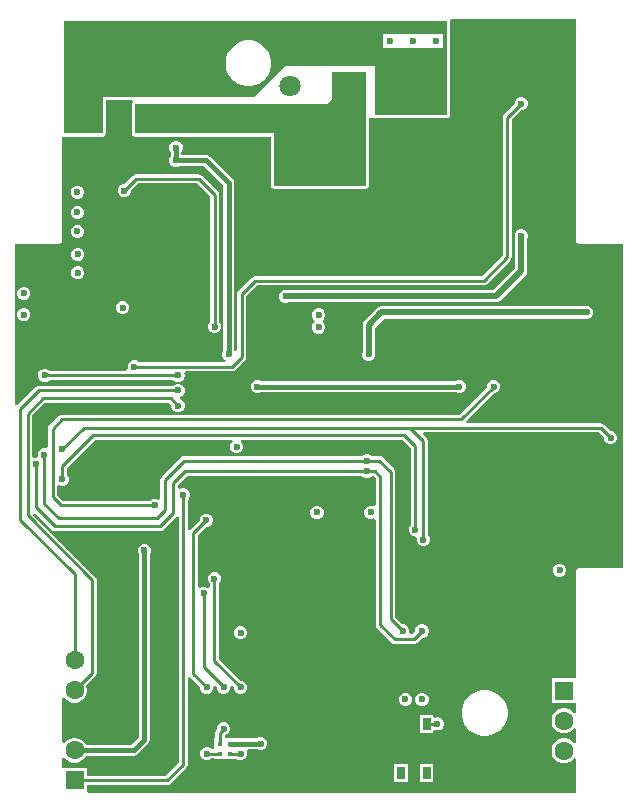
<source format=gtl>
G04*
G04 #@! TF.GenerationSoftware,Altium Limited,Altium Designer,25.4.2 (15)*
G04*
G04 Layer_Physical_Order=1*
G04 Layer_Color=255*
%FSLAX25Y25*%
%MOIN*%
G70*
G04*
G04 #@! TF.SameCoordinates,B977156D-3F5D-4D44-89CA-F2FD908ED1DE*
G04*
G04*
G04 #@! TF.FilePolarity,Positive*
G04*
G01*
G75*
%ADD13R,0.02559X0.04134*%
%ADD19R,0.01772X0.01772*%
%ADD20C,0.02000*%
%ADD21C,0.01500*%
%ADD22C,0.01000*%
%ADD23C,0.06299*%
%ADD24R,0.06299X0.06299*%
%ADD25C,0.07087*%
%ADD26C,0.02362*%
G36*
X438118Y476200D02*
X414100D01*
Y480796D01*
X414100Y481433D01*
X414117Y481450D01*
X414100Y481461D01*
Y492400D01*
X384100Y492400D01*
X373900Y482200D01*
X323400D01*
Y470050D01*
X310400D01*
Y507600D01*
X438118D01*
Y476200D01*
D02*
G37*
G36*
X481232Y434379D02*
X481310Y433989D01*
X481531Y433658D01*
X481862Y433437D01*
X482252Y433360D01*
X496980D01*
Y325163D01*
X482252D01*
X481862Y325085D01*
X481531Y324864D01*
X481310Y324533D01*
X481232Y324143D01*
Y288434D01*
X473073D01*
Y280135D01*
X481232D01*
Y277038D01*
X480581Y276844D01*
X480532Y276843D01*
X479770Y277605D01*
X478824Y278151D01*
X477769Y278434D01*
X476676D01*
X475621Y278151D01*
X474674Y277605D01*
X473902Y276832D01*
X473355Y275886D01*
X473073Y274831D01*
Y273738D01*
X473355Y272683D01*
X473902Y271736D01*
X474674Y270964D01*
X475621Y270417D01*
X476676Y270135D01*
X477769D01*
X478824Y270417D01*
X479770Y270964D01*
X480532Y271726D01*
X480581Y271725D01*
X481232Y271531D01*
Y267038D01*
X480581Y266844D01*
X480532Y266843D01*
X479770Y267605D01*
X478824Y268151D01*
X477769Y268434D01*
X476676D01*
X475621Y268151D01*
X474674Y267605D01*
X473902Y266832D01*
X473355Y265886D01*
X473073Y264831D01*
Y263738D01*
X473355Y262683D01*
X473902Y261736D01*
X474674Y260964D01*
X475621Y260418D01*
X476676Y260135D01*
X477769D01*
X478824Y260418D01*
X479770Y260964D01*
X480532Y261726D01*
X480581Y261725D01*
X481232Y261531D01*
Y250359D01*
X318745Y250322D01*
X318250Y250817D01*
Y252871D01*
X345000D01*
X345585Y252987D01*
X346081Y253319D01*
X351367Y258604D01*
X351698Y259100D01*
X351815Y259685D01*
Y288692D01*
X352515Y288904D01*
X352555Y288843D01*
X355980Y285418D01*
Y284966D01*
X356312Y284165D01*
X356926Y283551D01*
X357728Y283219D01*
X358595D01*
X359397Y283551D01*
X360010Y284165D01*
X360343Y284966D01*
Y285705D01*
X360704Y285953D01*
X360989Y286048D01*
X361619Y285418D01*
Y284966D01*
X361951Y284165D01*
X362564Y283551D01*
X363366Y283219D01*
X364234D01*
X365036Y283551D01*
X365649Y284165D01*
X365981Y284966D01*
Y285705D01*
X366342Y285953D01*
X366628Y286048D01*
X367257Y285418D01*
Y284966D01*
X367590Y284165D01*
X368203Y283551D01*
X369005Y283219D01*
X369872D01*
X370674Y283551D01*
X371288Y284165D01*
X371620Y284966D01*
Y285834D01*
X371288Y286635D01*
X370674Y287249D01*
X369872Y287581D01*
X369420D01*
X362229Y294772D01*
Y320100D01*
X362549Y320419D01*
X362881Y321221D01*
Y322089D01*
X362549Y322890D01*
X361935Y323504D01*
X361134Y323836D01*
X360266D01*
X359465Y323504D01*
X358851Y322890D01*
X358519Y322089D01*
Y321221D01*
X358851Y320419D01*
X359171Y320100D01*
Y318804D01*
X358471Y318514D01*
X358335Y318649D01*
X357534Y318981D01*
X356666D01*
X355865Y318649D01*
X355166Y318940D01*
Y336166D01*
X357987Y338987D01*
X358439D01*
X359241Y339319D01*
X359855Y339933D01*
X360187Y340735D01*
Y341602D01*
X359855Y342404D01*
X359241Y343018D01*
X358439Y343350D01*
X357572D01*
X356770Y343018D01*
X356156Y342404D01*
X355824Y341602D01*
Y341150D01*
X352555Y337881D01*
X352515Y337820D01*
X351815Y338033D01*
Y347976D01*
X352134Y348296D01*
X352466Y349098D01*
Y349965D01*
X352134Y350767D01*
X351521Y351380D01*
X350719Y351713D01*
X349851D01*
X349262Y351468D01*
X348562Y351807D01*
Y352892D01*
X351647Y355978D01*
X409951D01*
X410271Y355658D01*
X411072Y355326D01*
X411940D01*
X412742Y355658D01*
X413061Y355978D01*
X413559D01*
X414471Y355066D01*
Y346229D01*
X413771Y345800D01*
X413334Y345981D01*
X412466D01*
X411664Y345649D01*
X411051Y345036D01*
X410719Y344234D01*
Y343366D01*
X411051Y342565D01*
X411664Y341951D01*
X412466Y341619D01*
X413334D01*
X413771Y341800D01*
X414471Y341371D01*
Y306202D01*
X414587Y305617D01*
X414919Y305120D01*
X419721Y300319D01*
X420217Y299987D01*
X420802Y299871D01*
X427100D01*
X427685Y299987D01*
X428181Y300319D01*
X429882Y302019D01*
X430334D01*
X431136Y302351D01*
X431749Y302964D01*
X432081Y303766D01*
Y304634D01*
X431749Y305435D01*
X431136Y306049D01*
X430334Y306381D01*
X429466D01*
X428664Y306049D01*
X428051Y305435D01*
X427719Y304634D01*
Y304182D01*
X426621Y303084D01*
X425941Y303132D01*
X425563Y303723D01*
X425581Y303766D01*
Y304634D01*
X425249Y305435D01*
X424636Y306049D01*
X423834Y306381D01*
X423382D01*
X421050Y308713D01*
Y357158D01*
X420933Y357744D01*
X420602Y358240D01*
X416733Y362109D01*
X416236Y362440D01*
X415651Y362557D01*
X413061D01*
X412742Y362877D01*
X411940Y363209D01*
X411072D01*
X410271Y362877D01*
X409951Y362557D01*
X350675D01*
X350090Y362440D01*
X349593Y362109D01*
X343150Y355666D01*
X342819Y355170D01*
X342702Y354584D01*
Y348309D01*
X342004Y348018D01*
X341202Y348350D01*
X340335D01*
X339533Y348018D01*
X339213Y347698D01*
X310199D01*
X308329Y349568D01*
Y352417D01*
X309029Y352787D01*
X309566Y352565D01*
X310434D01*
X311235Y352897D01*
X311849Y353510D01*
X312181Y354312D01*
Y355180D01*
X311849Y355981D01*
X311529Y356301D01*
Y358560D01*
X320998Y368029D01*
X366582D01*
X366684Y367841D01*
X366796Y367329D01*
X366291Y366824D01*
X365959Y366022D01*
Y365154D01*
X366291Y364353D01*
X366905Y363739D01*
X367706Y363407D01*
X368574D01*
X369376Y363739D01*
X369989Y364353D01*
X370321Y365154D01*
Y366022D01*
X369989Y366824D01*
X369484Y367329D01*
X369596Y367841D01*
X369699Y368029D01*
X423308D01*
X426071Y365266D01*
Y339555D01*
X425751Y339235D01*
X425419Y338434D01*
Y337566D01*
X425751Y336765D01*
X426365Y336151D01*
X427166Y335819D01*
X427645D01*
X428129Y335158D01*
X428119Y335134D01*
Y334266D01*
X428451Y333465D01*
X429065Y332851D01*
X429866Y332519D01*
X430734D01*
X431535Y332851D01*
X432149Y333465D01*
X432481Y334266D01*
Y335134D01*
X432149Y335935D01*
X431829Y336255D01*
Y367646D01*
X431713Y368231D01*
X431381Y368727D01*
X430331Y369778D01*
X430598Y370425D01*
X488812D01*
X490619Y368618D01*
Y368166D01*
X490951Y367365D01*
X491565Y366751D01*
X492366Y366419D01*
X493234D01*
X494035Y366751D01*
X494649Y367365D01*
X494981Y368166D01*
Y369034D01*
X494649Y369835D01*
X494035Y370449D01*
X493234Y370781D01*
X492782D01*
X490527Y373036D01*
X490031Y373367D01*
X489446Y373484D01*
X444736D01*
X444446Y374184D01*
X453782Y383519D01*
X454234D01*
X455035Y383851D01*
X455649Y384465D01*
X455981Y385266D01*
Y386134D01*
X455649Y386935D01*
X455035Y387549D01*
X454234Y387881D01*
X453366D01*
X452564Y387549D01*
X451951Y386935D01*
X451619Y386134D01*
Y385682D01*
X442257Y376320D01*
X309900D01*
X309315Y376204D01*
X308819Y375872D01*
X305719Y372772D01*
X305387Y372276D01*
X305271Y371690D01*
Y365531D01*
X304571Y365063D01*
X304437Y365118D01*
X303569D01*
X302768Y364786D01*
X302154Y364173D01*
X301822Y363371D01*
Y362574D01*
X301792Y362470D01*
X301303Y361927D01*
X300766D01*
X300641Y361875D01*
X299941Y362343D01*
Y376067D01*
X304129Y380255D01*
X345463D01*
X346390Y379328D01*
Y378876D01*
X346723Y378074D01*
X347336Y377460D01*
X348138Y377128D01*
X349005D01*
X349807Y377460D01*
X350421Y378074D01*
X350753Y378876D01*
Y379743D01*
X350421Y380545D01*
X349807Y381158D01*
X349238Y381394D01*
X349133Y381567D01*
X349133Y381568D01*
X349443Y382396D01*
X349807Y382546D01*
X350421Y383160D01*
X350753Y383961D01*
Y384829D01*
X350421Y385631D01*
X349807Y386244D01*
X349005Y386576D01*
X348138D01*
X347336Y386244D01*
X347016Y385925D01*
X302160D01*
X301575Y385808D01*
X301079Y385477D01*
X294995Y379393D01*
X294299Y379641D01*
X294295Y379644D01*
Y433320D01*
X309024D01*
X309414Y433398D01*
X309745Y433619D01*
X309965Y433950D01*
X310043Y434340D01*
Y468737D01*
X310400Y469030D01*
X323400D01*
X323790Y469108D01*
X324121Y469329D01*
X324342Y469659D01*
X324420Y470050D01*
Y481180D01*
X333281D01*
X333494Y480480D01*
X333479Y480471D01*
X333258Y480140D01*
X333180Y479750D01*
Y470050D01*
X333258Y469659D01*
X333479Y469329D01*
X333810Y469108D01*
X334200Y469030D01*
X379480D01*
Y452700D01*
X379558Y452310D01*
X379779Y451979D01*
X380110Y451758D01*
X380500Y451680D01*
X411074D01*
X411464Y451758D01*
X411795Y451979D01*
X412016Y452310D01*
X412093Y452700D01*
Y475217D01*
X413918D01*
Y475217D01*
X414100Y475180D01*
X438118D01*
X438508Y475258D01*
X438838Y475479D01*
X439060Y475810D01*
X439137Y476200D01*
Y507600D01*
X439722Y508163D01*
X481233Y508163D01*
X481232Y434379D01*
D02*
G37*
G36*
X411074Y452700D02*
X380500D01*
Y470050D01*
X334200D01*
Y479750D01*
X398074D01*
X399774Y481450D01*
Y490650D01*
X411074D01*
Y452700D01*
D02*
G37*
G36*
X306419Y338019D02*
X306915Y337687D01*
X307500Y337571D01*
X342623D01*
X343208Y337687D01*
X343704Y338019D01*
X348056Y342370D01*
X348300Y342341D01*
X348756Y342129D01*
Y260319D01*
X344367Y255929D01*
X318250D01*
Y258550D01*
X310043D01*
Y261727D01*
X310743Y261915D01*
X310780Y261852D01*
X311552Y261080D01*
X312498Y260533D01*
X313554Y260250D01*
X314646D01*
X315702Y260533D01*
X316648Y261080D01*
X317421Y261852D01*
X317861Y262616D01*
X333746D01*
X334429Y262752D01*
X335008Y263138D01*
X338593Y266724D01*
X338593Y266724D01*
X338980Y267302D01*
X339116Y267985D01*
Y329832D01*
X339180Y329897D01*
X339513Y330699D01*
Y331566D01*
X339180Y332368D01*
X338567Y332981D01*
X337765Y333313D01*
X336898D01*
X336096Y332981D01*
X335483Y332368D01*
X335150Y331566D01*
Y330699D01*
X335483Y329897D01*
X335547Y329832D01*
Y268724D01*
X333007Y266184D01*
X317861D01*
X317421Y266948D01*
X316648Y267721D01*
X315702Y268267D01*
X314646Y268550D01*
X313554D01*
X312498Y268267D01*
X311552Y267721D01*
X310780Y266948D01*
X310743Y266885D01*
X310043Y267073D01*
Y281727D01*
X310743Y281915D01*
X310780Y281852D01*
X311552Y281080D01*
X312498Y280533D01*
X313554Y280250D01*
X314646D01*
X315702Y280533D01*
X316648Y281080D01*
X317421Y281852D01*
X317967Y282798D01*
X318250Y283854D01*
Y284946D01*
X317967Y286002D01*
X317929Y286067D01*
X320981Y289119D01*
X321313Y289615D01*
X321429Y290200D01*
Y321222D01*
X321313Y321807D01*
X320981Y322304D01*
X300362Y342923D01*
X300389Y343059D01*
X301148Y343289D01*
X306419Y338019D01*
D02*
G37*
%LPC*%
G36*
X437000Y503200D02*
X416800D01*
Y498500D01*
X437000D01*
Y503200D01*
D02*
G37*
G36*
X372780Y501060D02*
X371276D01*
X369801Y500767D01*
X368412Y500192D01*
X367162Y499356D01*
X366099Y498293D01*
X365263Y497043D01*
X364688Y495654D01*
X364395Y494179D01*
Y492675D01*
X364688Y491200D01*
X365263Y489811D01*
X366099Y488561D01*
X367162Y487498D01*
X368412Y486662D01*
X369801Y486087D01*
X371276Y485794D01*
X372780D01*
X374254Y486087D01*
X375644Y486662D01*
X376894Y487498D01*
X377957Y488561D01*
X378793Y489811D01*
X379368Y491200D01*
X379661Y492675D01*
Y494179D01*
X379368Y495654D01*
X378793Y497043D01*
X377957Y498293D01*
X376894Y499356D01*
X375644Y500192D01*
X374254Y500767D01*
X372780Y501060D01*
D02*
G37*
G36*
X315434Y452681D02*
X314566D01*
X313765Y452349D01*
X313151Y451735D01*
X312819Y450934D01*
Y450066D01*
X313151Y449264D01*
X313765Y448651D01*
X314566Y448319D01*
X315434D01*
X316235Y448651D01*
X316849Y449264D01*
X317181Y450066D01*
Y450934D01*
X316849Y451735D01*
X316235Y452349D01*
X315434Y452681D01*
D02*
G37*
G36*
Y445981D02*
X314566D01*
X313765Y445649D01*
X313151Y445036D01*
X312819Y444234D01*
Y443366D01*
X313151Y442564D01*
X313765Y441951D01*
X314566Y441619D01*
X315434D01*
X316235Y441951D01*
X316849Y442564D01*
X317181Y443366D01*
Y444234D01*
X316849Y445036D01*
X316235Y445649D01*
X315434Y445981D01*
D02*
G37*
G36*
Y439581D02*
X314566D01*
X313765Y439249D01*
X313151Y438635D01*
X312819Y437834D01*
Y436966D01*
X313151Y436165D01*
X313765Y435551D01*
X314566Y435219D01*
X315434D01*
X316235Y435551D01*
X316849Y436165D01*
X317181Y436966D01*
Y437834D01*
X316849Y438635D01*
X316235Y439249D01*
X315434Y439581D01*
D02*
G37*
G36*
X315634Y431981D02*
X314766D01*
X313965Y431649D01*
X313351Y431036D01*
X313019Y430234D01*
Y429366D01*
X313351Y428565D01*
X313965Y427951D01*
X314766Y427619D01*
X315634D01*
X316436Y427951D01*
X317049Y428565D01*
X317381Y429366D01*
Y430234D01*
X317049Y431036D01*
X316436Y431649D01*
X315634Y431981D01*
D02*
G37*
G36*
Y425781D02*
X314766D01*
X313965Y425449D01*
X313351Y424835D01*
X313019Y424034D01*
Y423166D01*
X313351Y422365D01*
X313965Y421751D01*
X314766Y421419D01*
X315634D01*
X316436Y421751D01*
X317049Y422365D01*
X317381Y423166D01*
Y424034D01*
X317049Y424835D01*
X316436Y425449D01*
X315634Y425781D01*
D02*
G37*
G36*
X463348Y438081D02*
X462480D01*
X461679Y437749D01*
X461065Y437136D01*
X460733Y436334D01*
Y435466D01*
X460875Y435123D01*
Y424988D01*
X453692Y417804D01*
X385176D01*
X384834Y417946D01*
X383966D01*
X383165Y417614D01*
X382551Y417001D01*
X382219Y416199D01*
Y415332D01*
X382551Y414530D01*
X383165Y413916D01*
X383966Y413584D01*
X384834D01*
X385176Y413726D01*
X454537D01*
X455317Y413881D01*
X455978Y414323D01*
X464356Y422701D01*
X464798Y423362D01*
X464953Y424143D01*
Y435123D01*
X465095Y435466D01*
Y436334D01*
X464763Y437136D01*
X464150Y437749D01*
X463348Y438081D01*
D02*
G37*
G36*
X297634Y418981D02*
X296766D01*
X295965Y418649D01*
X295351Y418036D01*
X295019Y417234D01*
Y416366D01*
X295351Y415564D01*
X295965Y414951D01*
X296766Y414619D01*
X297634D01*
X298435Y414951D01*
X299049Y415564D01*
X299381Y416366D01*
Y417234D01*
X299049Y418036D01*
X298435Y418649D01*
X297634Y418981D01*
D02*
G37*
G36*
X330565Y414213D02*
X329698D01*
X328896Y413881D01*
X328282Y413267D01*
X327950Y412465D01*
Y411598D01*
X328282Y410796D01*
X328896Y410182D01*
X329698Y409850D01*
X330565D01*
X331367Y410182D01*
X331980Y410796D01*
X332313Y411598D01*
Y412465D01*
X331980Y413267D01*
X331367Y413881D01*
X330565Y414213D01*
D02*
G37*
G36*
X485234Y412581D02*
X484366D01*
X484024Y412439D01*
X416300D01*
X415520Y412284D01*
X414858Y411842D01*
X410658Y407642D01*
X410216Y406980D01*
X410061Y406200D01*
Y397177D01*
X409919Y396834D01*
Y395966D01*
X410251Y395164D01*
X410864Y394551D01*
X411666Y394219D01*
X412534D01*
X413336Y394551D01*
X413949Y395164D01*
X414281Y395966D01*
Y396834D01*
X414139Y397177D01*
Y405355D01*
X417145Y408361D01*
X484024D01*
X484366Y408219D01*
X485234D01*
X486035Y408551D01*
X486649Y409164D01*
X486981Y409966D01*
Y410834D01*
X486649Y411635D01*
X486035Y412249D01*
X485234Y412581D01*
D02*
G37*
G36*
X297634Y411818D02*
X296766D01*
X295965Y411486D01*
X295351Y410873D01*
X295019Y410071D01*
Y409203D01*
X295351Y408401D01*
X295965Y407788D01*
X296766Y407456D01*
X297634D01*
X298435Y407788D01*
X299049Y408401D01*
X299381Y409203D01*
Y410071D01*
X299049Y410873D01*
X298435Y411486D01*
X297634Y411818D01*
D02*
G37*
G36*
X355469Y456475D02*
X334560D01*
X333975Y456359D01*
X333478Y456027D01*
X330632Y453181D01*
X330180D01*
X329379Y452849D01*
X328765Y452236D01*
X328433Y451434D01*
Y450566D01*
X328765Y449764D01*
X329379Y449151D01*
X330180Y448819D01*
X331048D01*
X331850Y449151D01*
X332463Y449764D01*
X332795Y450566D01*
Y451018D01*
X335193Y453416D01*
X354836D01*
X359209Y449043D01*
Y407186D01*
X358890Y406867D01*
X358558Y406065D01*
Y405197D01*
X358890Y404396D01*
X359503Y403782D01*
X360305Y403450D01*
X361173D01*
X361974Y403782D01*
X362588Y404396D01*
X362920Y405197D01*
Y406065D01*
X362588Y406867D01*
X362268Y407186D01*
Y449676D01*
X362152Y450261D01*
X361820Y450758D01*
X356551Y456027D01*
X356054Y456359D01*
X355469Y456475D01*
D02*
G37*
G36*
X395934Y411774D02*
X395066D01*
X394265Y411442D01*
X393651Y410829D01*
X393319Y410027D01*
Y409159D01*
X393651Y408358D01*
X394008Y408001D01*
X394187Y407547D01*
X394008Y407093D01*
X393651Y406736D01*
X393319Y405934D01*
Y405066D01*
X393651Y404264D01*
X394265Y403651D01*
X395066Y403319D01*
X395934D01*
X396736Y403651D01*
X397349Y404264D01*
X397681Y405066D01*
Y405934D01*
X397349Y406736D01*
X396992Y407093D01*
X396813Y407547D01*
X396992Y408001D01*
X397349Y408358D01*
X397681Y409159D01*
Y410027D01*
X397349Y410829D01*
X396736Y411442D01*
X395934Y411774D01*
D02*
G37*
G36*
X463348Y482127D02*
X462480D01*
X461679Y481795D01*
X461065Y481181D01*
X460733Y480379D01*
Y479927D01*
X457219Y476413D01*
X456887Y475917D01*
X456771Y475331D01*
Y429410D01*
X449806Y422445D01*
X374237D01*
X373652Y422329D01*
X373156Y421997D01*
X368678Y417520D01*
X368347Y417024D01*
X368230Y416438D01*
Y397846D01*
X367530Y397574D01*
X367283Y397843D01*
Y453617D01*
X367147Y454300D01*
X366761Y454879D01*
X359278Y462362D01*
X358699Y462748D01*
X358016Y462884D01*
X349684D01*
Y464000D01*
X349749Y464065D01*
X350081Y464866D01*
Y465734D01*
X349749Y466536D01*
X349135Y467149D01*
X348334Y467481D01*
X347466D01*
X346665Y467149D01*
X346051Y466536D01*
X345719Y465734D01*
Y464866D01*
X346051Y464065D01*
X346116Y464000D01*
Y462400D01*
X346051Y462335D01*
X345719Y461534D01*
Y460666D01*
X346051Y459865D01*
X346665Y459251D01*
X347466Y458919D01*
X348334D01*
X349135Y459251D01*
X349200Y459316D01*
X357277D01*
X363715Y452878D01*
Y397735D01*
X363650Y397670D01*
X363318Y396868D01*
Y396001D01*
X363650Y395199D01*
X364264Y394586D01*
X364396Y394531D01*
X364257Y393830D01*
X335518D01*
X335198Y394150D01*
X334397Y394482D01*
X333529D01*
X332728Y394150D01*
X332114Y393537D01*
X331782Y392735D01*
Y391867D01*
X331839Y391729D01*
X331371Y391029D01*
X305755D01*
X305435Y391349D01*
X304634Y391681D01*
X303766D01*
X302964Y391349D01*
X302351Y390736D01*
X302019Y389934D01*
Y389066D01*
X302351Y388264D01*
X302964Y387651D01*
X303766Y387319D01*
X304634D01*
X305435Y387651D01*
X305755Y387971D01*
X347016D01*
X347336Y387651D01*
X348138Y387319D01*
X349005D01*
X349807Y387651D01*
X350421Y388264D01*
X350753Y389066D01*
Y389934D01*
X350695Y390072D01*
X351163Y390772D01*
X366502D01*
X367087Y390888D01*
X367583Y391220D01*
X370841Y394477D01*
X371172Y394973D01*
X371289Y395559D01*
Y415805D01*
X374870Y419386D01*
X450440D01*
X451025Y419503D01*
X451521Y419834D01*
X459381Y427695D01*
X459713Y428191D01*
X459829Y428776D01*
Y474698D01*
X462896Y477765D01*
X463348D01*
X464150Y478097D01*
X464763Y478710D01*
X465095Y479512D01*
Y480379D01*
X464763Y481181D01*
X464150Y481795D01*
X463348Y482127D01*
D02*
G37*
G36*
X442797Y387881D02*
X441930D01*
X441128Y387549D01*
X441063Y387484D01*
X376300D01*
X376236Y387549D01*
X375434Y387881D01*
X374566D01*
X373764Y387549D01*
X373151Y386935D01*
X372819Y386134D01*
Y385266D01*
X373151Y384465D01*
X373764Y383851D01*
X374566Y383519D01*
X375434D01*
X376236Y383851D01*
X376300Y383916D01*
X441063D01*
X441128Y383851D01*
X441930Y383519D01*
X442797D01*
X443599Y383851D01*
X444213Y384465D01*
X444545Y385266D01*
Y386134D01*
X444213Y386935D01*
X443599Y387549D01*
X442797Y387881D01*
D02*
G37*
G36*
X395334Y345981D02*
X394466D01*
X393665Y345649D01*
X393051Y345036D01*
X392719Y344234D01*
Y343366D01*
X393051Y342565D01*
X393665Y341951D01*
X394466Y341619D01*
X395334D01*
X396135Y341951D01*
X396749Y342565D01*
X397081Y343366D01*
Y344234D01*
X396749Y345036D01*
X396135Y345649D01*
X395334Y345981D01*
D02*
G37*
G36*
X476234Y326681D02*
X475366D01*
X474565Y326349D01*
X473951Y325735D01*
X473619Y324934D01*
Y324066D01*
X473951Y323265D01*
X474565Y322651D01*
X475366Y322319D01*
X476234D01*
X477036Y322651D01*
X477649Y323265D01*
X477981Y324066D01*
Y324934D01*
X477649Y325735D01*
X477036Y326349D01*
X476234Y326681D01*
D02*
G37*
G36*
X369872Y305772D02*
X369005D01*
X368203Y305440D01*
X367590Y304826D01*
X367257Y304024D01*
Y303157D01*
X367590Y302355D01*
X368203Y301742D01*
X369005Y301410D01*
X369872D01*
X370674Y301742D01*
X371288Y302355D01*
X371620Y303157D01*
Y304024D01*
X371288Y304826D01*
X370674Y305440D01*
X369872Y305772D01*
D02*
G37*
G36*
X430334Y283576D02*
X429466D01*
X428664Y283244D01*
X428051Y282630D01*
X427719Y281829D01*
Y280961D01*
X428051Y280159D01*
X428664Y279546D01*
X429466Y279214D01*
X430334D01*
X431136Y279546D01*
X431749Y280159D01*
X432081Y280961D01*
Y281829D01*
X431749Y282630D01*
X431136Y283244D01*
X430334Y283576D01*
D02*
G37*
G36*
X424734D02*
X423866D01*
X423065Y283244D01*
X422451Y282630D01*
X422119Y281829D01*
Y280961D01*
X422451Y280159D01*
X423065Y279546D01*
X423866Y279214D01*
X424734D01*
X425535Y279546D01*
X426149Y280159D01*
X426481Y280961D01*
Y281829D01*
X426149Y282630D01*
X425535Y283244D01*
X424734Y283576D01*
D02*
G37*
G36*
X433712Y276236D02*
X429153D01*
Y270102D01*
X433712D01*
Y270724D01*
X434294Y271112D01*
X434466Y271041D01*
X435334D01*
X436135Y271373D01*
X436749Y271987D01*
X437081Y272788D01*
Y273656D01*
X436749Y274458D01*
X436135Y275071D01*
X435334Y275403D01*
X434466D01*
X434294Y275332D01*
X433712Y275721D01*
Y276236D01*
D02*
G37*
G36*
X451520Y284486D02*
X450016D01*
X448541Y284192D01*
X447152Y283617D01*
X445902Y282782D01*
X444839Y281718D01*
X444003Y280468D01*
X443428Y279079D01*
X443135Y277604D01*
Y276100D01*
X443428Y274626D01*
X444003Y273236D01*
X444839Y271986D01*
X445902Y270923D01*
X447152Y270088D01*
X448541Y269512D01*
X450016Y269219D01*
X451520D01*
X452995Y269512D01*
X454384Y270088D01*
X455634Y270923D01*
X456697Y271986D01*
X457533Y273236D01*
X458108Y274626D01*
X458401Y276100D01*
Y277604D01*
X458108Y279079D01*
X457533Y280468D01*
X456697Y281718D01*
X455634Y282782D01*
X454384Y283617D01*
X452995Y284192D01*
X451520Y284486D01*
D02*
G37*
G36*
X364234Y273781D02*
X363366D01*
X362564Y273449D01*
X361951Y272835D01*
X361619Y272034D01*
Y271546D01*
X361487Y271415D01*
X361156Y270918D01*
X361039Y270333D01*
Y268520D01*
X360683D01*
Y264823D01*
X359723D01*
X359397Y265149D01*
X358595Y265481D01*
X357728D01*
X356926Y265149D01*
X356312Y264535D01*
X355980Y263734D01*
Y262866D01*
X356312Y262065D01*
X356926Y261451D01*
X357728Y261119D01*
X358595D01*
X359397Y261451D01*
X359711Y261765D01*
X360683D01*
Y261402D01*
X367801D01*
X367801Y261402D01*
X368470Y261328D01*
X369005Y261107D01*
X369872D01*
X370674Y261439D01*
X371288Y262052D01*
X371620Y262854D01*
Y263722D01*
X371442Y264150D01*
X371876Y264850D01*
X374800D01*
X374865Y264785D01*
X375666Y264453D01*
X376534D01*
X377336Y264785D01*
X377949Y265399D01*
X378281Y266200D01*
Y267068D01*
X377949Y267870D01*
X377336Y268483D01*
X376534Y268815D01*
X375666D01*
X374865Y268483D01*
X374800Y268419D01*
X367801D01*
Y268520D01*
X364098D01*
Y269419D01*
X364234D01*
X365036Y269751D01*
X365649Y270364D01*
X365981Y271166D01*
Y272034D01*
X365649Y272835D01*
X365036Y273449D01*
X364234Y273781D01*
D02*
G37*
G36*
X433712Y259898D02*
X429153D01*
Y253764D01*
X433712D01*
Y259898D01*
D02*
G37*
G36*
X425247D02*
X420688D01*
Y253764D01*
X425247D01*
Y259898D01*
D02*
G37*
%LPD*%
D13*
X431432Y273169D02*
D03*
X422968D02*
D03*
X431432Y256831D02*
D03*
X422968D02*
D03*
D19*
X362568Y266634D02*
D03*
Y263288D02*
D03*
X365915D02*
D03*
Y266634D02*
D03*
D20*
X454537Y415765D02*
X462914Y424143D01*
X384400Y415765D02*
X454537D01*
X462914Y424143D02*
Y435900D01*
X412100Y396400D02*
Y406200D01*
X416300Y410400D02*
X484800D01*
X412100Y406200D02*
X416300Y410400D01*
D21*
X314100Y264400D02*
X333746D01*
X337332Y267985D02*
Y331132D01*
X333746Y264400D02*
X337332Y267985D01*
X419000Y273169D02*
X422968D01*
X365915Y266634D02*
X376100D01*
X365499Y396435D02*
Y453617D01*
X358016Y461100D02*
X365499Y453617D01*
X347900Y461100D02*
X358016D01*
X375000Y385700D02*
X442364D01*
X347900Y461100D02*
Y465300D01*
D22*
X416000Y306202D02*
Y355700D01*
Y306202D02*
X420802Y301400D01*
X427100D01*
X429900Y304200D01*
X411506Y357507D02*
X414193D01*
X419521Y308080D02*
X423400Y304200D01*
X419521Y308080D02*
Y357158D01*
X411506Y361028D02*
X415651D01*
X414193Y357507D02*
X416000Y355700D01*
X415651Y361028D02*
X419521Y357158D01*
X350675Y361028D02*
X411506D01*
X351014Y357507D02*
X411506D01*
X347032Y353525D02*
X351014Y357507D01*
X342623Y339100D02*
X347032Y343510D01*
Y353525D01*
X301200Y345400D02*
Y359746D01*
X307500Y339100D02*
X342623D01*
X301200Y345400D02*
X307500Y339100D01*
X344232Y354584D02*
X350675Y361028D01*
X341532Y341732D02*
X344232Y344432D01*
Y354584D01*
X304003Y346497D02*
Y362937D01*
X308768Y341732D02*
X341532D01*
X304003Y346497D02*
X308768Y341732D01*
X345000Y254400D02*
X350285Y259685D01*
X314100Y254400D02*
X345000D01*
X350285Y259685D02*
Y349532D01*
X310000Y354746D02*
Y359193D01*
X320365Y369558D02*
X423942D01*
X310000Y359193D02*
X320365Y369558D01*
X298411Y342711D02*
X319900Y321222D01*
X298411Y376701D02*
X303495Y381785D01*
X298411Y342711D02*
Y376701D01*
X309565Y346169D02*
X340769D01*
X306800Y348934D02*
X309565Y346169D01*
X306800Y371690D02*
X309900Y374791D01*
X306800Y348934D02*
Y371690D01*
X309900Y374791D02*
X442891D01*
X319900Y290200D02*
Y321222D01*
X303495Y381785D02*
X346096D01*
X348571Y379309D01*
X295900Y341271D02*
Y378135D01*
X302160Y384395D01*
X348571D01*
X314100Y294400D02*
Y323072D01*
X295900Y341271D02*
X314100Y323072D01*
Y284400D02*
X319900Y290200D01*
X304200Y389500D02*
X348571D01*
X317209Y371954D02*
X425991D01*
X310000Y364746D02*
X317209Y371954D01*
X366502Y392301D02*
X369760Y395559D01*
X333963Y392301D02*
X366502D01*
X369760Y395559D02*
Y416438D01*
X374237Y420916D02*
X450440D01*
X369760Y416438D02*
X374237Y420916D01*
X425991Y371954D02*
X489446D01*
X492800Y368600D01*
X430300Y334700D02*
Y367646D01*
X427600Y338000D02*
Y365900D01*
X442891Y374791D02*
X453800Y385700D01*
X425991Y371954D02*
X430300Y367646D01*
X423942Y369558D02*
X427600Y365900D01*
X431432Y273169D02*
X431485Y273222D01*
X434900D01*
X360700Y294139D02*
Y321655D01*
Y294139D02*
X369439Y285400D01*
X353637Y289925D02*
X358161Y285400D01*
X353637Y289925D02*
Y336800D01*
X357100Y292100D02*
Y316800D01*
Y292100D02*
X363800Y285400D01*
X358168Y263294D02*
X362562D01*
X362568Y263288D01*
X358161Y263300D02*
X358168Y263294D01*
X362568Y266634D02*
Y270333D01*
X363800Y271565D01*
Y271600D01*
X365915Y263288D02*
X369439D01*
X353637Y336800D02*
X358005Y341168D01*
X330614Y451000D02*
X334560Y454946D01*
X355469D02*
X360739Y449676D01*
X334560Y454946D02*
X355469D01*
X360739Y405631D02*
Y449676D01*
X450440Y420916D02*
X458300Y428776D01*
Y475331D01*
X462914Y479946D01*
D23*
X477222Y254284D02*
D03*
Y264284D02*
D03*
Y274284D02*
D03*
X314100Y294400D02*
D03*
Y284400D02*
D03*
Y274400D02*
D03*
Y264400D02*
D03*
D24*
X477222Y284284D02*
D03*
X314100Y254400D02*
D03*
D25*
X405480Y485900D02*
D03*
X385795D02*
D03*
D26*
X337332Y331132D02*
D03*
X315000Y450500D02*
D03*
Y443800D02*
D03*
X315200Y423600D02*
D03*
X315000Y437400D02*
D03*
X358005Y335169D02*
D03*
X470400Y390189D02*
D03*
Y413601D02*
D03*
Y398063D02*
D03*
Y405937D02*
D03*
Y423050D02*
D03*
X484900Y398063D02*
D03*
X484800Y405937D02*
D03*
X492800Y410400D02*
D03*
X486037Y347984D02*
D03*
Y343069D02*
D03*
Y352900D02*
D03*
X479274D02*
D03*
X492800D02*
D03*
X419000Y273169D02*
D03*
X325750Y322093D02*
D03*
X346614Y430839D02*
D03*
X384400Y391000D02*
D03*
X390500D02*
D03*
X395500Y405500D02*
D03*
X400500Y409593D02*
D03*
X395500D02*
D03*
X315200Y429800D02*
D03*
X318300Y396800D02*
D03*
X312000Y392969D02*
D03*
X322731Y392369D02*
D03*
X326431D02*
D03*
X322731Y418350D02*
D03*
X330132Y412032D02*
D03*
X324532Y464032D02*
D03*
Y455166D02*
D03*
Y446916D02*
D03*
Y440666D02*
D03*
Y434166D02*
D03*
X302000Y425500D02*
D03*
X297200Y409637D02*
D03*
Y416800D02*
D03*
X376100Y266634D02*
D03*
X369439Y303590D02*
D03*
X369604Y309935D02*
D03*
X391297Y310221D02*
D03*
X464109Y329625D02*
D03*
X475800Y318500D02*
D03*
Y324500D02*
D03*
X301200Y359746D02*
D03*
X411506Y357507D02*
D03*
Y361028D02*
D03*
X304003Y362937D02*
D03*
X429900Y304200D02*
D03*
X423400D02*
D03*
X429900Y281395D02*
D03*
X424300D02*
D03*
X350285Y349532D02*
D03*
X340769Y346169D02*
D03*
X348571Y379309D02*
D03*
Y384395D02*
D03*
Y389500D02*
D03*
X368140Y379309D02*
D03*
X310000Y354746D02*
D03*
Y364746D02*
D03*
X407700Y377200D02*
D03*
X402696D02*
D03*
X411506Y364925D02*
D03*
X394900Y343800D02*
D03*
X412900D02*
D03*
X417900Y364925D02*
D03*
X400900Y343800D02*
D03*
X333963Y392301D02*
D03*
X365499Y396435D02*
D03*
X341268Y357732D02*
D03*
X337332Y361668D02*
D03*
X450627Y313559D02*
D03*
X492800Y368600D02*
D03*
X427600Y338000D02*
D03*
X368140Y365588D02*
D03*
X434900Y273222D02*
D03*
X360700Y321655D02*
D03*
X369439Y285400D02*
D03*
X358161D02*
D03*
X363800D02*
D03*
X358161Y263300D02*
D03*
X363800Y271600D02*
D03*
X369439Y263288D02*
D03*
X357100Y316800D02*
D03*
X358005Y341168D02*
D03*
X453800Y385700D02*
D03*
X430300Y334700D02*
D03*
X375000Y385700D02*
D03*
X442364D02*
D03*
X433723Y391500D02*
D03*
X347900Y465300D02*
D03*
Y461100D02*
D03*
X360739Y405631D02*
D03*
X384400Y415765D02*
D03*
X304200Y389500D02*
D03*
X472914Y435900D02*
D03*
X467914D02*
D03*
X462914D02*
D03*
X484800Y410400D02*
D03*
X412100Y396400D02*
D03*
X330614Y451000D02*
D03*
X462914Y479946D02*
D03*
X426855Y500800D02*
D03*
X434605D02*
D03*
X441402D02*
D03*
X419105D02*
D03*
X448200D02*
D03*
X462914Y495500D02*
D03*
X456656D02*
D03*
X314200Y477539D02*
D03*
X320000D02*
D03*
X314200Y472300D02*
D03*
X320000D02*
D03*
X341514Y472161D02*
D03*
X335714D02*
D03*
X426800Y479100D02*
D03*
X434605Y479223D02*
D03*
X419105D02*
D03*
X388392Y463946D02*
D03*
X393495D02*
D03*
X398597D02*
D03*
X403700Y459423D02*
D03*
Y454900D02*
D03*
X383290Y463946D02*
D03*
X341514Y477400D02*
D03*
X335714D02*
D03*
X329400Y472300D02*
D03*
Y468166D02*
D03*
X350614Y451000D02*
D03*
X346614D02*
D03*
X338614D02*
D03*
X403700Y463946D02*
D03*
M02*

</source>
